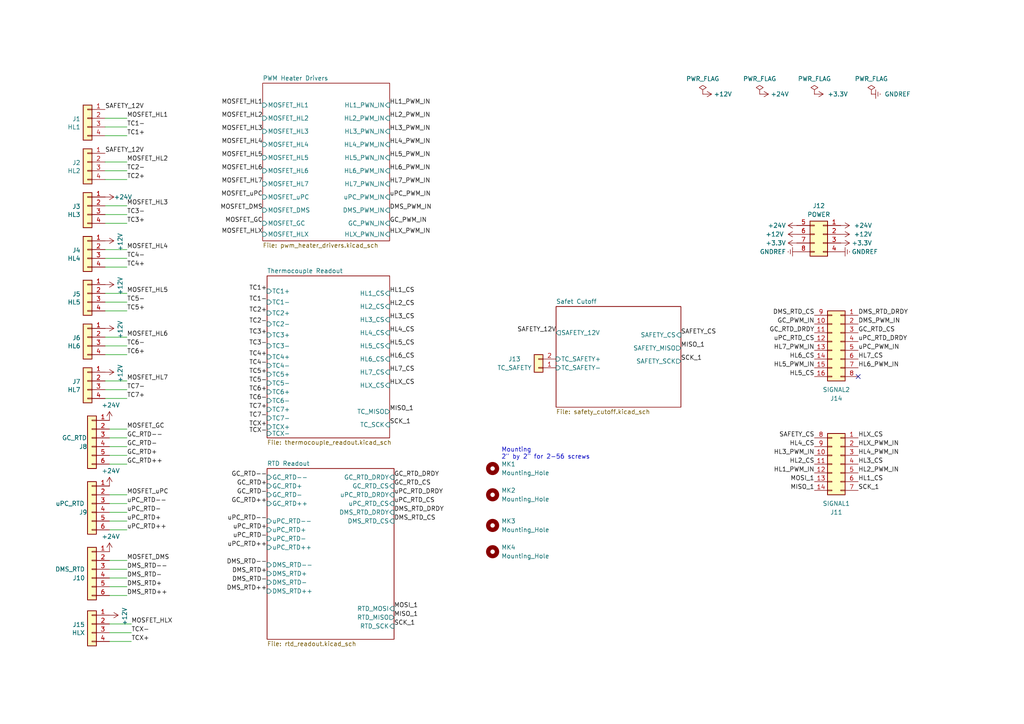
<source format=kicad_sch>
(kicad_sch (version 20230121) (generator eeschema)
  (paper "A4")
  (lib_symbols
    (symbol "Connector_Generic:Conn_01x02" (pin_names (offset 1.016) hide)
      (property "Reference" "J" (at 0 2.54 0))
      (property "Value" "Conn_01x02" (at 0 -5.08 0))
      (symbol "Conn_01x02_1_1"
        (rectangle (start -1.27 -2.413) (end 0 -2.667) (stroke (width 0.1524)))
        (rectangle (start -1.27 0.127) (end 0 -0.127) (stroke (width 0.1524)))
        (rectangle (start -1.27 1.27) (end 1.27 -3.81) (stroke (width 0.254)) (fill (type background)))
        (pin passive line (at -5.08 0 0) (length 3.81) (name "Pin_1") (number "1"))
        (pin passive line (at -5.08 -2.54 0) (length 3.81) (name "Pin_2") (number "2"))
      )
    )
    (symbol "Connector_Generic:Conn_01x04" (pin_names (offset 1.016) hide)
      (property "Reference" "J" (at 0 5.08 0))
      (property "Value" "Conn_01x04" (at 0 -7.62 0))
      (symbol "Conn_01x04_1_1"
        (rectangle (start -1.27 -4.953) (end 0 -5.207) (stroke (width 0.1524)))
        (rectangle (start -1.27 -2.413) (end 0 -2.667) (stroke (width 0.1524)))
        (rectangle (start -1.27 0.127) (end 0 -0.127) (stroke (width 0.1524)))
        (rectangle (start -1.27 2.667) (end 0 2.413) (stroke (width 0.1524)))
        (rectangle (start -1.27 3.81) (end 1.27 -6.35) (stroke (width 0.254)) (fill (type background)))
        (pin passive line (at -5.08 2.54 0) (length 3.81) (name "Pin_1") (number "1"))
        (pin passive line (at -5.08 0 0) (length 3.81) (name "Pin_2") (number "2"))
        (pin passive line (at -5.08 -2.54 0) (length 3.81) (name "Pin_3") (number "3"))
        (pin passive line (at -5.08 -5.08 0) (length 3.81) (name "Pin_4") (number "4"))
      )
    )
    (symbol "Connector_Generic:Conn_01x06" (pin_names (offset 1.016) hide)
      (property "Reference" "J" (at 0 7.62 0))
      (property "Value" "Conn_01x06" (at 0 -10.16 0))
      (symbol "Conn_01x06_1_1"
        (rectangle (start -1.27 -7.493) (end 0 -7.747) (stroke (width 0.1524)))
        (rectangle (start -1.27 -4.953) (end 0 -5.207) (stroke (width 0.1524)))
        (rectangle (start -1.27 -2.413) (end 0 -2.667) (stroke (width 0.1524)))
        (rectangle (start -1.27 0.127) (end 0 -0.127) (stroke (width 0.1524)))
        (rectangle (start -1.27 2.667) (end 0 2.413) (stroke (width 0.1524)))
        (rectangle (start -1.27 5.207) (end 0 4.953) (stroke (width 0.1524)))
        (rectangle (start -1.27 6.35) (end 1.27 -8.89) (stroke (width 0.254)) (fill (type background)))
        (pin passive line (at -5.08 5.08 0) (length 3.81) (name "Pin_1") (number "1"))
        (pin passive line (at -5.08 2.54 0) (length 3.81) (name "Pin_2") (number "2"))
        (pin passive line (at -5.08 0 0) (length 3.81) (name "Pin_3") (number "3"))
        (pin passive line (at -5.08 -2.54 0) (length 3.81) (name "Pin_4") (number "4"))
        (pin passive line (at -5.08 -5.08 0) (length 3.81) (name "Pin_5") (number "5"))
        (pin passive line (at -5.08 -7.62 0) (length 3.81) (name "Pin_6") (number "6"))
      )
    )
    (symbol "Mechanical:MountingHole" (pin_names (offset 1.016))
      (property "Reference" "H" (at 0 5.08 0))
      (property "Value" "MountingHole" (at 0 3.175 0))
      (symbol "MountingHole_0_1"
        (circle (center 0 0) (radius 1.27) (stroke (width 1.27)))
      )
    )
    (symbol "conn:Conn_02x04_Top_Bottom" (pin_names (offset 1.016) hide)
      (property "Reference" "J" (at 1.27 5.08 0))
      (property "Value" "Conn_02x04_Top_Bottom" (at 1.27 -7.62 0))
      (symbol "Conn_02x04_Top_Bottom_1_1"
        (rectangle (start -1.27 -4.953) (end 0 -5.207) (stroke (width 0.1524)))
        (rectangle (start -1.27 -2.413) (end 0 -2.667) (stroke (width 0.1524)))
        (rectangle (start -1.27 0.127) (end 0 -0.127) (stroke (width 0.1524)))
        (rectangle (start -1.27 2.667) (end 0 2.413) (stroke (width 0.1524)))
        (rectangle (start -1.27 3.81) (end 3.81 -6.35) (stroke (width 0.254)) (fill (type background)))
        (rectangle (start 3.81 -4.953) (end 2.54 -5.207) (stroke (width 0.1524)))
        (rectangle (start 3.81 -2.413) (end 2.54 -2.667) (stroke (width 0.1524)))
        (rectangle (start 3.81 0.127) (end 2.54 -0.127) (stroke (width 0.1524)))
        (rectangle (start 3.81 2.667) (end 2.54 2.413) (stroke (width 0.1524)))
        (pin passive line (at -5.08 2.54 0) (length 3.81) (name "Pin_1") (number "1"))
        (pin passive line (at -5.08 0 0) (length 3.81) (name "Pin_2") (number "2"))
        (pin passive line (at -5.08 -2.54 0) (length 3.81) (name "Pin_3") (number "3"))
        (pin passive line (at -5.08 -5.08 0) (length 3.81) (name "Pin_4") (number "4"))
        (pin passive line (at 7.62 2.54 180) (length 3.81) (name "Pin_5") (number "5"))
        (pin passive line (at 7.62 0 180) (length 3.81) (name "Pin_6") (number "6"))
        (pin passive line (at 7.62 -2.54 180) (length 3.81) (name "Pin_7") (number "7"))
        (pin passive line (at 7.62 -5.08 180) (length 3.81) (name "Pin_8") (number "8"))
      )
    )
    (symbol "conn:Conn_02x07_Top_Bottom" (pin_names (offset 1.016) hide)
      (property "Reference" "J" (at 1.27 10.16 0))
      (property "Value" "Conn_02x07_Top_Bottom" (at 1.27 -10.16 0))
      (symbol "Conn_02x07_Top_Bottom_1_1"
        (rectangle (start -1.27 -7.493) (end 0 -7.747) (stroke (width 0.1524)))
        (rectangle (start -1.27 -4.953) (end 0 -5.207) (stroke (width 0.1524)))
        (rectangle (start -1.27 -2.413) (end 0 -2.667) (stroke (width 0.1524)))
        (rectangle (start -1.27 0.127) (end 0 -0.127) (stroke (width 0.1524)))
        (rectangle (start -1.27 2.667) (end 0 2.413) (stroke (width 0.1524)))
        (rectangle (start -1.27 5.207) (end 0 4.953) (stroke (width 0.1524)))
        (rectangle (start -1.27 7.747) (end 0 7.493) (stroke (width 0.1524)))
        (rectangle (start -1.27 8.89) (end 3.81 -8.89) (stroke (width 0.254)) (fill (type background)))
        (rectangle (start 3.81 -7.493) (end 2.54 -7.747) (stroke (width 0.1524)))
        (rectangle (start 3.81 -4.953) (end 2.54 -5.207) (stroke (width 0.1524)))
        (rectangle (start 3.81 -2.413) (end 2.54 -2.667) (stroke (width 0.1524)))
        (rectangle (start 3.81 0.127) (end 2.54 -0.127) (stroke (width 0.1524)))
        (rectangle (start 3.81 2.667) (end 2.54 2.413) (stroke (width 0.1524)))
        (rectangle (start 3.81 5.207) (end 2.54 4.953) (stroke (width 0.1524)))
        (rectangle (start 3.81 7.747) (end 2.54 7.493) (stroke (width 0.1524)))
        (pin passive line (at -5.08 7.62 0) (length 3.81) (name "Pin_1") (number "1"))
        (pin passive line (at 7.62 2.54 180) (length 3.81) (name "Pin_10") (number "10"))
        (pin passive line (at 7.62 0 180) (length 3.81) (name "Pin_11") (number "11"))
        (pin passive line (at 7.62 -2.54 180) (length 3.81) (name "Pin_12") (number "12"))
        (pin passive line (at 7.62 -5.08 180) (length 3.81) (name "Pin_13") (number "13"))
        (pin passive line (at 7.62 -7.62 180) (length 3.81) (name "Pin_14") (number "14"))
        (pin passive line (at -5.08 5.08 0) (length 3.81) (name "Pin_2") (number "2"))
        (pin passive line (at -5.08 2.54 0) (length 3.81) (name "Pin_3") (number "3"))
        (pin passive line (at -5.08 0 0) (length 3.81) (name "Pin_4") (number "4"))
        (pin passive line (at -5.08 -2.54 0) (length 3.81) (name "Pin_5") (number "5"))
        (pin passive line (at -5.08 -5.08 0) (length 3.81) (name "Pin_6") (number "6"))
        (pin passive line (at -5.08 -7.62 0) (length 3.81) (name "Pin_7") (number "7"))
        (pin passive line (at 7.62 7.62 180) (length 3.81) (name "Pin_8") (number "8"))
        (pin passive line (at 7.62 5.08 180) (length 3.81) (name "Pin_9") (number "9"))
      )
    )
    (symbol "conn:Conn_02x08_Top_Bottom" (pin_names (offset 1.016) hide)
      (property "Reference" "J" (at 1.27 10.16 0))
      (property "Value" "Conn_02x08_Top_Bottom" (at 1.27 -12.7 0))
      (symbol "Conn_02x08_Top_Bottom_1_1"
        (rectangle (start -1.27 -10.033) (end 0 -10.287) (stroke (width 0.1524)))
        (rectangle (start -1.27 -7.493) (end 0 -7.747) (stroke (width 0.1524)))
        (rectangle (start -1.27 -4.953) (end 0 -5.207) (stroke (width 0.1524)))
        (rectangle (start -1.27 -2.413) (end 0 -2.667) (stroke (width 0.1524)))
        (rectangle (start -1.27 0.127) (end 0 -0.127) (stroke (width 0.1524)))
        (rectangle (start -1.27 2.667) (end 0 2.413) (stroke (width 0.1524)))
        (rectangle (start -1.27 5.207) (end 0 4.953) (stroke (width 0.1524)))
        (rectangle (start -1.27 7.747) (end 0 7.493) (stroke (width 0.1524)))
        (rectangle (start -1.27 8.89) (end 3.81 -11.43) (stroke (width 0.254)) (fill (type background)))
        (rectangle (start 3.81 -10.033) (end 2.54 -10.287) (stroke (width 0.1524)))
        (rectangle (start 3.81 -7.493) (end 2.54 -7.747) (stroke (width 0.1524)))
        (rectangle (start 3.81 -4.953) (end 2.54 -5.207) (stroke (width 0.1524)))
        (rectangle (start 3.81 -2.413) (end 2.54 -2.667) (stroke (width 0.1524)))
        (rectangle (start 3.81 0.127) (end 2.54 -0.127) (stroke (width 0.1524)))
        (rectangle (start 3.81 2.667) (end 2.54 2.413) (stroke (width 0.1524)))
        (rectangle (start 3.81 5.207) (end 2.54 4.953) (stroke (width 0.1524)))
        (rectangle (start 3.81 7.747) (end 2.54 7.493) (stroke (width 0.1524)))
        (pin passive line (at -5.08 7.62 0) (length 3.81) (name "Pin_1") (number "1"))
        (pin passive line (at 7.62 5.08 180) (length 3.81) (name "Pin_10") (number "10"))
        (pin passive line (at 7.62 2.54 180) (length 3.81) (name "Pin_11") (number "11"))
        (pin passive line (at 7.62 0 180) (length 3.81) (name "Pin_12") (number "12"))
        (pin passive line (at 7.62 -2.54 180) (length 3.81) (name "Pin_13") (number "13"))
        (pin passive line (at 7.62 -5.08 180) (length 3.81) (name "Pin_14") (number "14"))
        (pin passive line (at 7.62 -7.62 180) (length 3.81) (name "Pin_15") (number "15"))
        (pin passive line (at 7.62 -10.16 180) (length 3.81) (name "Pin_16") (number "16"))
        (pin passive line (at -5.08 5.08 0) (length 3.81) (name "Pin_2") (number "2"))
        (pin passive line (at -5.08 2.54 0) (length 3.81) (name "Pin_3") (number "3"))
        (pin passive line (at -5.08 0 0) (length 3.81) (name "Pin_4") (number "4"))
        (pin passive line (at -5.08 -2.54 0) (length 3.81) (name "Pin_5") (number "5"))
        (pin passive line (at -5.08 -5.08 0) (length 3.81) (name "Pin_6") (number "6"))
        (pin passive line (at -5.08 -7.62 0) (length 3.81) (name "Pin_7") (number "7"))
        (pin passive line (at -5.08 -10.16 0) (length 3.81) (name "Pin_8") (number "8"))
        (pin passive line (at 7.62 7.62 180) (length 3.81) (name "Pin_9") (number "9"))
      )
    )
    (symbol "power:+12V" (power) (pin_names (offset 0))
      (property "Value" "+12V" (at 0 3.556 0))
      (symbol "+12V_0_1"
        (polyline (pts (xy -0.762 1.27) (xy 0 2.54)))
        (polyline (pts (xy 0 0) (xy 0 2.54)))
        (polyline (pts (xy 0 2.54) (xy 0.762 1.27)))
      )
      (symbol "+12V_1_1"
        (pin power_in line (at 0 0 90) (length 0) hide (name "+12V") (number "1"))
      )
    )
    (symbol "power:+24V" (power) (pin_names (offset 0))
      (property "Value" "+24V" (at 0 3.556 0))
      (symbol "+24V_0_1"
        (polyline (pts (xy -0.762 1.27) (xy 0 2.54)))
        (polyline (pts (xy 0 0) (xy 0 2.54)))
        (polyline (pts (xy 0 2.54) (xy 0.762 1.27)))
      )
      (symbol "+24V_1_1"
        (pin power_in line (at 0 0 90) (length 0) hide (name "+24V") (number "1"))
      )
    )
    (symbol "power:+3.3V" (power) (pin_names (offset 0))
      (property "Value" "+3.3V" (at 0 3.556 0))
      (symbol "+3.3V_0_1"
        (polyline (pts (xy -0.762 1.27) (xy 0 2.54)))
        (polyline (pts (xy 0 0) (xy 0 2.54)))
        (polyline (pts (xy 0 2.54) (xy 0.762 1.27)))
      )
      (symbol "+3.3V_1_1"
        (pin power_in line (at 0 0 90) (length 0) hide (name "+3.3V") (number "1"))
      )
    )
    (symbol "power:GNDREF" (power) (pin_names (offset 0))
      (property "Value" "GNDREF" (at 0 -3.81 0))
      (symbol "GNDREF_0_1"
        (polyline (pts (xy -0.635 -1.905) (xy 0.635 -1.905)))
        (polyline (pts (xy -0.127 -2.54) (xy 0.127 -2.54)))
        (polyline (pts (xy 0 -1.27) (xy 0 0)))
        (polyline (pts (xy 1.27 -1.27) (xy -1.27 -1.27)))
      )
      (symbol "GNDREF_1_1"
        (pin power_in line (at 0 0 270) (length 0) hide (name "GNDREF") (number "1"))
      )
    )
    (symbol "power:PWR_FLAG" (power) (pin_numbers hide) (pin_names (offset 0) hide)
      (property "Value" "PWR_FLAG" (at 0 3.81 0))
      (symbol "PWR_FLAG_0_0"
        (pin power_out line (at 0 0 90) (length 0) (name "pwr") (number "1"))
      )
      (symbol "PWR_FLAG_0_1"
        (polyline (pts (xy 0 0) (xy 0 1.27) (xy -1.016 1.905) (xy 0 2.54) (xy 1.016 1.905) (xy 0 1.27)))
      )
    )
  )
  (no_connect (at 248.92 109.22))
  (wire (pts (xy 30.48 46.99) (xy 36.83 46.99)))
  (wire (pts (xy 36.83 110.49) (xy 30.48 110.49)))
  (wire (pts (xy 30.48 36.83) (xy 36.83 36.83)))
  (wire (pts (xy 30.48 49.53) (xy 36.83 49.53)))
  (wire (pts (xy 30.48 100.33) (xy 36.83 100.33)))
  (wire (pts (xy 31.75 132.08) (xy 36.83 132.08)))
  (wire (pts (xy 36.83 62.23) (xy 30.48 62.23)))
  (wire (pts (xy 31.75 124.46) (xy 36.83 124.46)))
  (wire (pts (xy 36.83 87.63) (xy 30.48 87.63)))
  (wire (pts (xy 36.83 59.69) (xy 30.48 59.69)))
  (wire (pts (xy 30.48 39.37) (xy 36.83 39.37)))
  (wire (pts (xy 36.83 153.67) (xy 31.75 153.67)))
  (wire (pts (xy 36.83 72.39) (xy 30.48 72.39)))
  (wire (pts (xy 36.83 129.54) (xy 31.75 129.54)))
  (wire (pts (xy 36.83 148.59) (xy 31.75 148.59)))
  (wire (pts (xy 30.48 34.29) (xy 36.83 34.29)))
  (wire (pts (xy 31.75 151.13) (xy 36.83 151.13)))
  (wire (pts (xy 38.1 183.515) (xy 31.75 183.515)))
  (wire (pts (xy 36.83 134.62) (xy 31.75 134.62)))
  (wire (pts (xy 36.83 127) (xy 31.75 127)))
  (wire (pts (xy 38.1 180.975) (xy 31.75 180.975)))
  (wire (pts (xy 31.75 170.18) (xy 36.83 170.18)))
  (wire (pts (xy 31.75 143.51) (xy 36.83 143.51)))
  (wire (pts (xy 36.83 113.03) (xy 30.48 113.03)))
  (wire (pts (xy 30.48 52.07) (xy 36.83 52.07)))
  (wire (pts (xy 31.75 186.055) (xy 38.1 186.055)))
  (wire (pts (xy 36.83 146.05) (xy 31.75 146.05)))
  (wire (pts (xy 30.48 97.79) (xy 36.83 97.79)))
  (wire (pts (xy 36.83 167.64) (xy 31.75 167.64)))
  (wire (pts (xy 36.83 172.72) (xy 31.75 172.72)))
  (wire (pts (xy 36.83 74.93) (xy 30.48 74.93)))
  (wire (pts (xy 36.83 85.09) (xy 30.48 85.09)))
  (wire (pts (xy 36.83 90.17) (xy 30.48 90.17)))
  (wire (pts (xy 36.83 77.47) (xy 30.48 77.47)))
  (wire (pts (xy 36.83 102.87) (xy 30.48 102.87)))
  (wire (pts (xy 36.83 115.57) (xy 30.48 115.57)))
  (wire (pts (xy 31.75 162.56) (xy 36.83 162.56)))
  (wire (pts (xy 30.48 64.77) (xy 36.83 64.77)))
  (wire (pts (xy 36.83 165.1) (xy 31.75 165.1)))
  (text "Mounting\n2\" by 2\" for 2-56 screws" (at 145.415 133.35 0) (effects (font (size 1.27 1.27)) (justify left bottom)))
  (label "TC1+" (at 77.47 84.455 180))
  (label "uPC_RTD--" (at 36.83 146.05 0))
  (label "MOSFET_HL6" (at 76.2 49.53 180))
  (label "HL7_PWM_IN" (at 236.22 101.6 180))
  (label "HL1_PWM_IN" (at 236.22 137.16 180))
  (label "HL6_CS" (at 236.22 104.14 180))
  (label "TC1-" (at 36.83 36.83 0))
  (label "HL5_PWM_IN" (at 236.22 106.68 180))
  (label "MOSFET_DMS" (at 76.2 60.96 180))
  (label "MOSFET_HL2" (at 36.83 46.99 0))
  (label "TC6-" (at 36.83 100.33 0))
  (label "TCX-" (at 77.47 125.73 180))
  (label "HL1_PWM_IN" (at 113.03 30.48 0))
  (label "TC2+" (at 36.83 52.07 0))
  (label "DMS_RTD++" (at 36.83 172.72 0))
  (label "TC1+" (at 36.83 39.37 0))
  (label "MOSFET_HL3" (at 36.83 59.69 0))
  (label "MISO_1" (at 113.03 119.38 0))
  (label "TC4-" (at 36.83 74.93 0))
  (label "HLX_CS" (at 248.92 127 0))
  (label "TC3+" (at 36.83 64.77 0))
  (label "SAFETY_12V" (at 161.29 96.52 180))
  (label "SCK_1" (at 113.03 123.19 0))
  (label "TC6+" (at 36.83 102.87 0))
  (label "MOSFET_HLX" (at 38.1 180.975 0))
  (label "DMS_RTD-" (at 36.83 167.64 0))
  (label "GC_RTD++" (at 36.83 134.62 0))
  (label "HLX_CS" (at 113.03 111.76 0))
  (label "HL6_PWM_IN" (at 248.92 106.68 0))
  (label "GC_RTD--" (at 36.83 127 0))
  (label "HL5_PWM_IN" (at 113.03 45.72 0))
  (label "TC2-" (at 77.47 93.98 180))
  (label "uPC_RTD_CS" (at 236.22 99.06 180))
  (label "TC3-" (at 36.83 62.23 0))
  (label "MOSFET_HL2" (at 76.2 34.29 180))
  (label "HL2_CS" (at 236.22 134.62 180))
  (label "GC_RTD_CS" (at 248.92 96.52 0))
  (label "MISO_1" (at 197.485 100.965 0))
  (label "GC_RTD_DRDY" (at 236.22 96.52 180))
  (label "HL7_CS" (at 113.03 107.95 0))
  (label "MOSFET_DMS" (at 36.83 162.56 0))
  (label "uPC_PWM_IN" (at 248.92 101.6 0))
  (label "DMS_RTD-" (at 77.47 168.91 180))
  (label "TC6+" (at 77.47 113.665 180))
  (label "TC5-" (at 77.47 111.125 180))
  (label "HL3_CS" (at 248.92 134.62 0))
  (label "MISO_1" (at 114.3 179.07 0))
  (label "SAFETY_12V" (at 30.48 44.45 0))
  (label "uPC_RTD_CS" (at 114.3 146.05 0))
  (label "MOSFET_HL1" (at 36.83 34.29 0))
  (label "TC7+" (at 77.47 118.745 180))
  (label "MOSFET_HL5" (at 36.83 85.09 0))
  (label "SCK_1" (at 248.92 142.24 0))
  (label "HL5_CS" (at 236.22 109.22 180))
  (label "HLX_PWM_IN" (at 248.92 129.54 0))
  (label "TCX-" (at 38.1 183.515 0))
  (label "HL6_CS" (at 113.03 104.14 0))
  (label "DMS_RTD_CS" (at 236.22 91.44 180))
  (label "TC7+" (at 36.83 115.57 0))
  (label "MOSFET_HL7" (at 36.83 110.49 0))
  (label "HL7_PWM_IN" (at 113.03 53.34 0))
  (label "SAFETY_CS" (at 236.22 127 180))
  (label "uPC_RTD-" (at 77.47 156.21 180))
  (label "MOSFET_GC" (at 76.2 64.77 180))
  (label "DMS_RTD_CS" (at 114.3 151.13 0))
  (label "uPC_RTD++" (at 77.47 158.75 180))
  (label "DMS_RTD_DRDY" (at 248.92 91.44 0))
  (label "GC_RTD+" (at 77.47 140.97 180))
  (label "SCK_1" (at 114.3 181.61 0))
  (label "HL4_CS" (at 113.03 96.52 0))
  (label "HL4_PWM_IN" (at 248.92 132.08 0))
  (label "MOSFET_HL5" (at 76.2 45.72 180))
  (label "TC2+" (at 77.47 90.805 180))
  (label "MOSI_1" (at 236.22 139.7 180))
  (label "MISO_1" (at 236.22 142.24 180))
  (label "TC2-" (at 36.83 49.53 0))
  (label "HL2_PWM_IN" (at 113.03 34.29 0))
  (label "MOSFET_HL4" (at 36.83 72.39 0))
  (label "DMS_RTD--" (at 36.83 165.1 0))
  (label "SCK_1" (at 197.485 104.775 0))
  (label "MOSFET_HL6" (at 36.83 97.79 0))
  (label "GC_RTD_DRDY" (at 114.3 138.43 0))
  (label "DMS_PWM_IN" (at 248.92 93.98 0))
  (label "MOSFET_HL7" (at 76.2 53.34 180))
  (label "HL5_CS" (at 113.03 100.33 0))
  (label "MOSFET_HL3" (at 76.2 38.1 180))
  (label "HL3_CS" (at 113.03 92.71 0))
  (label "TC5-" (at 36.83 87.63 0))
  (label "HL2_CS" (at 113.03 88.9 0))
  (label "uPC_RTD++" (at 36.83 153.67 0))
  (label "MOSFET_uPC" (at 36.83 143.51 0))
  (label "HL3_PWM_IN" (at 113.03 38.1 0))
  (label "TC7-" (at 36.83 113.03 0))
  (label "HL7_CS" (at 248.92 104.14 0))
  (label "TC7-" (at 77.47 121.285 180))
  (label "DMS_RTD++" (at 77.47 171.45 180))
  (label "DMS_RTD_DRDY" (at 114.3 148.59 0))
  (label "MOSFET_HLX" (at 76.2 67.945 180))
  (label "uPC_RTD_DRDY" (at 114.3 143.51 0))
  (label "GC_RTD-" (at 77.47 143.51 180))
  (label "TC4+" (at 36.83 77.47 0))
  (label "HL4_CS" (at 236.22 129.54 180))
  (label "TCX+" (at 77.47 123.825 180))
  (label "uPC_RTD+" (at 36.83 151.13 0))
  (label "SAFETY_12V" (at 30.48 31.75 0))
  (label "GC_RTD_CS" (at 114.3 140.97 0))
  (label "HL2_PWM_IN" (at 248.92 137.16 0))
  (label "TC3+" (at 77.47 97.155 180))
  (label "uPC_RTD_DRDY" (at 248.92 99.06 0))
  (label "GC_RTD+" (at 36.83 132.08 0))
  (label "uPC_RTD+" (at 77.47 153.67 180))
  (label "MOSI_1" (at 114.3 176.53 0))
  (label "TC1-" (at 77.47 87.63 180))
  (label "TC4-" (at 77.47 106.045 180))
  (label "TC3-" (at 77.47 100.33 180))
  (label "uPC_RTD-" (at 36.83 148.59 0))
  (label "GC_RTD--" (at 77.47 138.43 180))
  (label "DMS_RTD--" (at 77.47 163.83 180))
  (label "DMS_RTD+" (at 36.83 170.18 0))
  (label "GC_PWM_IN" (at 236.22 93.98 180))
  (label "TC5+" (at 36.83 90.17 0))
  (label "MOSFET_GC" (at 36.83 124.46 0))
  (label "HL1_CS" (at 113.03 85.09 0))
  (label "DMS_PWM_IN" (at 113.03 60.96 0))
  (label "HL6_PWM_IN" (at 113.03 49.53 0))
  (label "GC_RTD-" (at 36.83 129.54 0))
  (label "TC5+" (at 77.47 108.585 180))
  (label "MOSFET_HL1" (at 76.2 30.48 180))
  (label "uPC_PWM_IN" (at 113.03 57.15 0))
  (label "HL1_CS" (at 248.92 139.7 0))
  (label "uPC_RTD--" (at 77.47 151.13 180))
  (label "TC6-" (at 77.47 116.205 180))
  (label "TCX+" (at 38.1 186.055 0))
  (label "HL3_PWM_IN" (at 236.22 132.08 180))
  (label "GC_PWM_IN" (at 113.03 64.77 0))
  (label "TC4+" (at 77.47 103.505 180))
  (label "DMS_RTD+" (at 77.47 166.37 180))
  (label "MOSFET_HL4" (at 76.2 41.91 180))
  (label "SAFETY_CS" (at 197.485 97.155 0))
  (label "HLX_PWM_IN" (at 113.03 67.945 0))
  (label "HL4_PWM_IN" (at 113.03 41.91 0))
  (label "GC_RTD++" (at 77.47 146.05 180))
  (label "MOSFET_uPC" (at 76.2 57.15 180))
  (symbol (lib_id "conn:Conn_02x08_Top_Bottom") (at 243.84 99.06 0) (mirror y) (unit 1)
    (property "Reference" "J14" (at 242.57 115.57 0))
    (property "Value" "SIGNAL2" (at 242.57 113.03 0))
    (property "Footprint" "Connector_Molex:Molex_Micro-Fit_3.0_43045-1600_2x08_P3.00mm_Horizontal" (effects hide))
  )
  (symbol (lib_id "power:GNDREF") (at 243.84 73.025 90) (unit 1)
    (property "Reference" "#PWR073" (effects hide))
    (property "Value" "GNDREF" (at 247.015 73.025 90) (effects (justify right)))
  )
  (symbol (lib_id "Mechanical:MountingHole") (at 142.875 143.51 0) (unit 1)
    (property "Reference" "MK2" (at 145.415 142.2399 0) (effects (justify left)))
    (property "Value" "Mounting_Hole" (at 145.415 144.7799 0) (effects (justify left)))
    (property "Footprint" "MountingHole:MountingHole_3.2mm_M3" (effects hide))
  )
  (symbol (lib_id "power:+12V") (at 203.835 27.305 270) (unit 1)
    (property "Reference" "#PWR096" (effects hide))
    (property "Value" "+12V" (at 207.01 27.305 90) (effects (justify left)))
  )
  (symbol (lib_id "power:+3.3V") (at 236.22 27.305 270) (unit 1)
    (property "Reference" "#PWR098" (effects hide))
    (property "Value" "+3.3V" (at 240.03 27.305 90) (effects (justify left)))
  )
  (symbol (lib_id "power:+12V") (at 30.48 82.55 270) (unit 1)
    (property "Reference" "#PWR065" (effects hide))
    (property "Value" "+12V" (at 34.8742 82.931 0))
  )
  (symbol (lib_id "power:+24V") (at 31.75 121.92 0) (unit 1)
    (property "Reference" "#PWR068" (effects hide))
    (property "Value" "+24V" (at 32.131 117.5258 0))
  )
  (symbol (lib_id "Connector_Generic:Conn_01x04") (at 26.67 180.975 0) (mirror y) (unit 1)
    (property "Reference" "J15" (at 24.638 181.1782 0) (effects (justify left)))
    (property "Value" "HLX" (at 24.638 183.5404 0) (effects (justify left)))
    (property "Footprint" "NYSEARCH:Molex_SL_171975-0004_1x04_P2.54mm_Horizontal" (effects hide))
  )
  (symbol (lib_id "Connector_Generic:Conn_01x04") (at 25.4 34.29 0) (mirror y) (unit 1)
    (property "Reference" "J1" (at 23.368 34.4932 0) (effects (justify left)))
    (property "Value" "HL1" (at 23.368 36.8554 0) (effects (justify left)))
    (property "Footprint" "NYSEARCH:Molex_SL_171975-0004_1x04_P2.54mm_Horizontal" (effects hide))
  )
  (symbol (lib_id "Mechanical:MountingHole") (at 142.875 160.02 0) (unit 1)
    (property "Reference" "MK4" (at 145.415 158.7499 0) (effects (justify left)))
    (property "Value" "Mounting_Hole" (at 145.415 161.2899 0) (effects (justify left)))
    (property "Footprint" "MountingHole:MountingHole_3.2mm_M3" (effects hide))
  )
  (symbol (lib_id "power:+24V") (at 231.14 65.405 90) (unit 1)
    (property "Reference" "#PWR026" (effects hide))
    (property "Value" "+24V" (at 227.965 65.405 90) (effects (justify left)))
  )
  (symbol (lib_id "power:PWR_FLAG") (at 203.835 27.305 0) (unit 1)
    (property "Reference" "#FLG01" (effects hide))
    (property "Value" "PWR_FLAG" (at 203.835 22.86 0))
  )
  (symbol (lib_id "power:+12V") (at 30.48 107.95 270) (unit 1)
    (property "Reference" "#PWR067" (effects hide))
    (property "Value" "+12V" (at 34.8742 108.331 0))
  )
  (symbol (lib_id "power:+12V") (at 31.75 178.435 270) (unit 1)
    (property "Reference" "#PWR0106" (effects hide))
    (property "Value" "+12V" (at 36.1442 178.816 0))
  )
  (symbol (lib_id "power:GNDREF") (at 252.73 27.305 90) (unit 1)
    (property "Reference" "#PWR099" (effects hide))
    (property "Value" "GNDREF" (at 256.54 27.305 90) (effects (justify right)))
  )
  (symbol (lib_id "conn:Conn_02x04_Top_Bottom") (at 238.76 67.945 0) (mirror y) (unit 1)
    (property "Reference" "J12" (at 237.49 59.69 0))
    (property "Value" "POWER" (at 237.49 62.23 0))
    (property "Footprint" "Connector_Molex:Molex_Micro-Fit_3.0_43045-0800_2x04_P3.00mm_Horizontal" (effects hide))
  )
  (symbol (lib_id "power:+12V") (at 30.48 69.85 270) (unit 1)
    (property "Reference" "#PWR064" (effects hide))
    (property "Value" "+12V" (at 34.8742 70.231 0))
  )
  (symbol (lib_id "power:+24V") (at 220.345 27.305 270) (unit 1)
    (property "Reference" "#PWR097" (effects hide))
    (property "Value" "+24V" (at 223.52 27.305 90) (effects (justify left)))
  )
  (symbol (lib_id "Connector_Generic:Conn_01x06") (at 26.67 146.05 0) (mirror y) (unit 1)
    (property "Reference" "J9" (at 24.13 148.59 0))
    (property "Value" "uPC_RTD" (at 20.32 146.05 0))
    (property "Footprint" "NYSEARCH:Molex_SL_171975-0006_1x06_P2.54mm_Horizontal" (effects hide))
  )
  (symbol (lib_id "Connector_Generic:Conn_01x04") (at 25.4 46.99 0) (mirror y) (unit 1)
    (property "Reference" "J2" (at 23.368 47.1932 0) (effects (justify left)))
    (property "Value" "HL2" (at 23.368 49.5554 0) (effects (justify left)))
    (property "Footprint" "NYSEARCH:Molex_SL_171975-0004_1x04_P2.54mm_Horizontal" (effects hide))
  )
  (symbol (lib_id "power:+12V") (at 30.48 95.25 270) (unit 1)
    (property "Reference" "#PWR066" (effects hide))
    (property "Value" "+12V" (at 34.8742 95.631 0))
  )
  (symbol (lib_id "power:PWR_FLAG") (at 220.345 27.305 0) (unit 1)
    (property "Reference" "#FLG02" (effects hide))
    (property "Value" "PWR_FLAG" (at 220.345 22.86 0))
  )
  (symbol (lib_id "power:+3.3V") (at 243.84 70.485 270) (unit 1)
    (property "Reference" "#PWR0102" (effects hide))
    (property "Value" "+3.3V" (at 247.015 70.485 90) (effects (justify left)))
  )
  (symbol (lib_id "power:PWR_FLAG") (at 236.22 27.305 0) (unit 1)
    (property "Reference" "#FLG03" (effects hide))
    (property "Value" "PWR_FLAG" (at 236.22 22.86 0))
  )
  (symbol (lib_id "Connector_Generic:Conn_01x04") (at 25.4 110.49 0) (mirror y) (unit 1)
    (property "Reference" "J7" (at 23.368 110.6932 0) (effects (justify left)))
    (property "Value" "HL7" (at 23.368 113.0554 0) (effects (justify left)))
    (property "Footprint" "NYSEARCH:Molex_SL_171975-0004_1x04_P2.54mm_Horizontal" (effects hide))
  )
  (symbol (lib_id "Connector_Generic:Conn_01x04") (at 25.4 85.09 0) (mirror y) (unit 1)
    (property "Reference" "J5" (at 23.3934 85.2932 0) (effects (justify left)))
    (property "Value" "HL5" (at 23.3934 87.6554 0) (effects (justify left)))
    (property "Footprint" "NYSEARCH:Molex_SL_171975-0004_1x04_P2.54mm_Horizontal" (effects hide))
  )
  (symbol (lib_id "Mechanical:MountingHole") (at 142.875 135.89 0) (unit 1)
    (property "Reference" "MK1" (at 145.415 134.6199 0) (effects (justify left)))
    (property "Value" "Mounting_Hole" (at 145.415 137.1599 0) (effects (justify left)))
    (property "Footprint" "MountingHole:MountingHole_3.2mm_M3" (effects hide))
  )
  (symbol (lib_id "Connector_Generic:Conn_01x06") (at 26.67 127 0) (mirror y) (unit 1)
    (property "Reference" "J8" (at 24.13 129.54 0))
    (property "Value" "GC_RTD" (at 21.59 127 0))
    (property "Footprint" "NYSEARCH:Molex_SL_171975-0006_1x06_P2.54mm_Horizontal" (effects hide))
  )
  (symbol (lib_id "power:+24V") (at 31.75 160.02 0) (unit 1)
    (property "Reference" "#PWR070" (effects hide))
    (property "Value" "+24V" (at 32.131 155.6258 0))
  )
  (symbol (lib_id "Connector_Generic:Conn_01x04") (at 25.4 72.39 0) (mirror y) (unit 1)
    (property "Reference" "J4" (at 23.368 72.5932 0) (effects (justify left)))
    (property "Value" "HL4" (at 23.368 74.9554 0) (effects (justify left)))
    (property "Footprint" "NYSEARCH:Molex_SL_171975-0004_1x04_P2.54mm_Horizontal" (effects hide))
  )
  (symbol (lib_id "Connector_Generic:Conn_01x04") (at 25.4 97.79 0) (mirror y) (unit 1)
    (property "Reference" "J6" (at 23.3934 97.9932 0) (effects (justify left)))
    (property "Value" "HL6" (at 23.3934 100.3554 0) (effects (justify left)))
    (property "Footprint" "NYSEARCH:Molex_SL_171975-0004_1x04_P2.54mm_Horizontal" (effects hide))
  )
  (symbol (lib_id "power:+12V") (at 243.84 67.945 270) (unit 1)
    (property "Reference" "#PWR071" (effects hide))
    (property "Value" "+12V" (at 247.65 67.945 90) (effects (justify left)))
  )
  (symbol (lib_id "power:PWR_FLAG") (at 252.73 27.305 0) (unit 1)
    (property "Reference" "#FLG04" (effects hide))
    (property "Value" "PWR_FLAG" (at 252.73 22.86 0))
  )
  (symbol (lib_id "power:+24V") (at 243.84 65.405 270) (unit 1)
    (property "Reference" "#PWR072" (effects hide))
    (property "Value" "+24V" (at 247.65 65.405 90) (effects (justify left)))
  )
  (symbol (lib_id "power:+24V") (at 30.48 57.15 270) (unit 1)
    (property "Reference" "#PWR063" (effects hide))
    (property "Value" "+24V" (at 33.02 57.15 90) (effects (justify left)))
  )
  (symbol (lib_id "power:+3.3V") (at 231.14 70.485 90) (unit 1)
    (property "Reference" "#PWR095" (effects hide))
    (property "Value" "+3.3V" (at 227.965 70.485 90) (effects (justify left)))
  )
  (symbol (lib_id "Mechanical:MountingHole") (at 142.875 152.4 0) (unit 1)
    (property "Reference" "MK3" (at 145.415 151.1299 0) (effects (justify left)))
    (property "Value" "Mounting_Hole" (at 145.415 153.6699 0) (effects (justify left)))
    (property "Footprint" "MountingHole:MountingHole_3.2mm_M3" (effects hide))
  )
  (symbol (lib_id "power:+12V") (at 231.14 67.945 90) (unit 1)
    (property "Reference" "#PWR027" (effects hide))
    (property "Value" "+12V" (at 227.33 67.945 90) (effects (justify left)))
  )
  (symbol (lib_id "power:GNDREF") (at 231.14 73.025 270) (unit 1)
    (property "Reference" "#PWR094" (effects hide))
    (property "Value" "GNDREF" (at 227.965 73.025 90) (effects (justify right)))
  )
  (symbol (lib_id "Connector_Generic:Conn_01x04") (at 25.4 59.69 0) (mirror y) (unit 1)
    (property "Reference" "J3" (at 23.368 59.8932 0) (effects (justify left)))
    (property "Value" "HL3" (at 23.368 62.2554 0) (effects (justify left)))
    (property "Footprint" "NYSEARCH:Molex_SL_171975-0004_1x04_P2.54mm_Horizontal" (effects hide))
  )
  (symbol (lib_id "Connector_Generic:Conn_01x02") (at 156.21 106.68 180) (unit 1)
    (property "Reference" "J13" (at 149.225 104.14 0))
    (property "Value" "TC_SAFETY" (at 149.225 106.68 0))
    (property "Footprint" "NYSEARCH:Molex_SL_171975-0002_1x02_P2.54mm_Horizontal" (effects hide))
  )
  (symbol (lib_id "Connector_Generic:Conn_01x06") (at 26.67 165.1 0) (mirror y) (unit 1)
    (property "Reference" "J10" (at 22.86 167.64 0))
    (property "Value" "DMS_RTD" (at 20.32 165.1 0))
    (property "Footprint" "NYSEARCH:Molex_SL_171975-0006_1x06_P2.54mm_Horizontal" (effects hide))
  )
  (symbol (lib_id "conn:Conn_02x07_Top_Bottom") (at 243.84 134.62 0) (mirror y) (unit 1)
    (property "Reference" "J11" (at 242.57 148.59 0))
    (property "Value" "SIGNAL1" (at 242.57 146.05 0))
    (property "Footprint" "Connector_Molex:Molex_Micro-Fit_3.0_43045-1400_2x07_P3.00mm_Horizontal" (effects hide))
  )
  (symbol (lib_id "power:+24V") (at 31.75 140.97 0) (unit 1)
    (property "Reference" "#PWR069" (effects hide))
    (property "Value" "+24V" (at 32.131 136.5758 0))
  )
  (sheet (at 76.2 24.13) (size 36.83 45.72) (stroke (width 0.1524))
    (property "Sheetname" "PWM Heater Drivers" (at 76.2 23.4184 0) (effects (justify left bottom)))
    (property "Sheetfile" "pwm_heater_drivers.kicad_sch" (at 76.2 70.4346 0) (effects (justify left top)))
    (pin "MOSFET_HL7" input (at 76.2 53.34 180))
    (pin "MOSFET_uPC" input (at 76.2 57.15 180))
    (pin "uPC_PWM_IN" input (at 113.03 57.15 0))
    (pin "HL7_PWN_IN" input (at 113.03 53.34 0))
    (pin "DMS_PWM_IN" input (at 113.03 60.96 0))
    (pin "GC_PWN_IN" input (at 113.03 64.77 0))
    (pin "HL5_PWN_IN" input (at 113.03 45.72 0))
    (pin "HL6_PWM_IN" input (at 113.03 49.53 0))
    (pin "HL2_PWM_IN" input (at 113.03 34.29 0))
    (pin "HL1_PWN_IN" input (at 113.03 30.48 0))
    (pin "HL4_PWM_IN" input (at 113.03 41.91 0))
    (pin "HL3_PWN_IN" input (at 113.03 38.1 0))
    (pin "MOSFET_HL2" input (at 76.2 34.29 180))
    (pin "MOSFET_HL1" input (at 76.2 30.48 180))
    (pin "MOSFET_HL4" input (at 76.2 41.91 180))
    (pin "MOSFET_HL3" input (at 76.2 38.1 180))
    (pin "MOSFET_HL5" input (at 76.2 45.72 180))
    (pin "MOSFET_HL6" input (at 76.2 49.53 180))
    (pin "MOSFET_DMS" input (at 76.2 60.96 180))
    (pin "MOSFET_GC" input (at 76.2 64.77 180))
    (pin "HLX_PWN_IN" input (at 113.03 67.945 0))
    (pin "MOSFET_HLX" input (at 76.2 67.945 180))
  )
  (sheet (at 77.47 80.01) (size 35.56 46.99) (stroke (width 0.1524))
    (property "Sheetname" "Thermocouple Readout" (at 77.47 79.2984 0) (effects (justify left bottom)))
    (property "Sheetfile" "thermocouple_readout.kicad_sch" (at 77.47 127.5846 0) (effects (justify left top)))
    (pin "TC5-" input (at 77.47 111.125 180))
    (pin "TC5+" input (at 77.47 108.585 180))
    (pin "TC7+" input (at 77.47 118.745 180))
    (pin "TC7-" input (at 77.47 121.285 180))
    (pin "HL1_CS" input (at 113.03 85.09 0))
    (pin "HL3_CS" input (at 113.03 92.71 0))
    (pin "TC4-" input (at 77.47 106.045 180))
    (pin "TC1+" input (at 77.47 84.455 180))
    (pin "TC2-" input (at 77.47 93.98 180))
    (pin "TC2+" input (at 77.47 90.805 180))
    (pin "HL2_CS" input (at 113.03 88.9 0))
    (pin "TC_MISO" output (at 113.03 119.38 0))
    (pin "TC_SCK" input (at 113.03 123.19 0))
    (pin "HL4_CS" input (at 113.03 96.52 0))
    (pin "TC3-" input (at 77.47 100.33 180))
    (pin "TC3+" input (at 77.47 97.155 180))
    (pin "TC6-" input (at 77.47 116.205 180))
    (pin "TC6+" input (at 77.47 113.665 180))
    (pin "HL6_CS" input (at 113.03 104.14 0))
    (pin "HL7_CS" input (at 113.03 107.95 0))
    (pin "HL5_CS" input (at 113.03 100.33 0))
    (pin "TC1-" input (at 77.47 87.63 180))
    (pin "TC4+" input (at 77.47 103.505 180))
    (pin "HLX_CS" input (at 113.03 111.76 0))
    (pin "TCX-" input (at 77.47 125.73 180))
    (pin "TCX+" input (at 77.47 123.825 180))
  )
  (sheet (at 77.47 135.89) (size 36.83 49.53) (stroke (width 0.1524))
    (property "Sheetname" "RTD Readout" (at 77.47 135.1784 0) (effects (justify left bottom)))
    (property "Sheetfile" "rtd_readout.kicad_sch" (at 77.47 186.0046 0) (effects (justify left top)))
    (pin "GC_RTD--" input (at 77.47 138.43 180))
    (pin "GC_RTD+" input (at 77.47 140.97 180))
    (pin "GC_RTD-" input (at 77.47 143.51 180))
    (pin "RTD_MOSI" input (at 114.3 176.53 0))
    (pin "GC_RTD_DRDY" input (at 114.3 138.43 0))
    (pin "GC_RTD++" input (at 77.47 146.05 180))
    (pin "GC_RTD_CS" input (at 114.3 140.97 0))
    (pin "RTD_SCK" input (at 114.3 181.61 0))
    (pin "uPC_RTD+" input (at 77.47 153.67 180))
    (pin "uPC_RTD-" input (at 77.47 156.21 180))
    (pin "uPC_RTD--" input (at 77.47 151.13 180))
    (pin "DMS_RTD-" input (at 77.47 168.91 180))
    (pin "DMS_RTD+" input (at 77.47 166.37 180))
    (pin "DMS_RTD--" input (at 77.47 163.83 180))
    (pin "DMS_RTD++" input (at 77.47 171.45 180))
    (pin "DMS_RTD_DRDY" input (at 114.3 148.59 0))
    (pin "DMS_RTD_CS" input (at 114.3 151.13 0))
    (pin "uPC_RTD_DRDY" input (at 114.3 143.51 0))
    (pin "uPC_RTD_CS" input (at 114.3 146.05 0))
    (pin "uPC_RTD++" input (at 77.47 158.75 180))
    (pin "RTD_MISO" output (at 114.3 179.07 0))
  )
  (sheet (at 161.29 88.9) (size 36.195 29.21) (stroke (width 0.1524))
    (property "Sheetname" "Safet Cutoff" (at 161.29 88.1884 0) (effects (justify left bottom)))
    (property "Sheetfile" "safety_cutoff.kicad_sch" (at 161.29 118.6946 0) (effects (justify left top)))
    (pin "TC_SAFETY+" input (at 161.29 104.14 180))
    (pin "TC_SAFETY-" input (at 161.29 106.68 180))
    (pin "SAFETY_12V" output (at 161.29 96.52 180))
    (pin "SAFETY_CS" input (at 197.485 97.155 0))
    (pin "SAFETY_MISO" output (at 197.485 100.965 0))
    (pin "SAFETY_SCK" output (at 197.485 104.775 0))
  )
)
</source>
